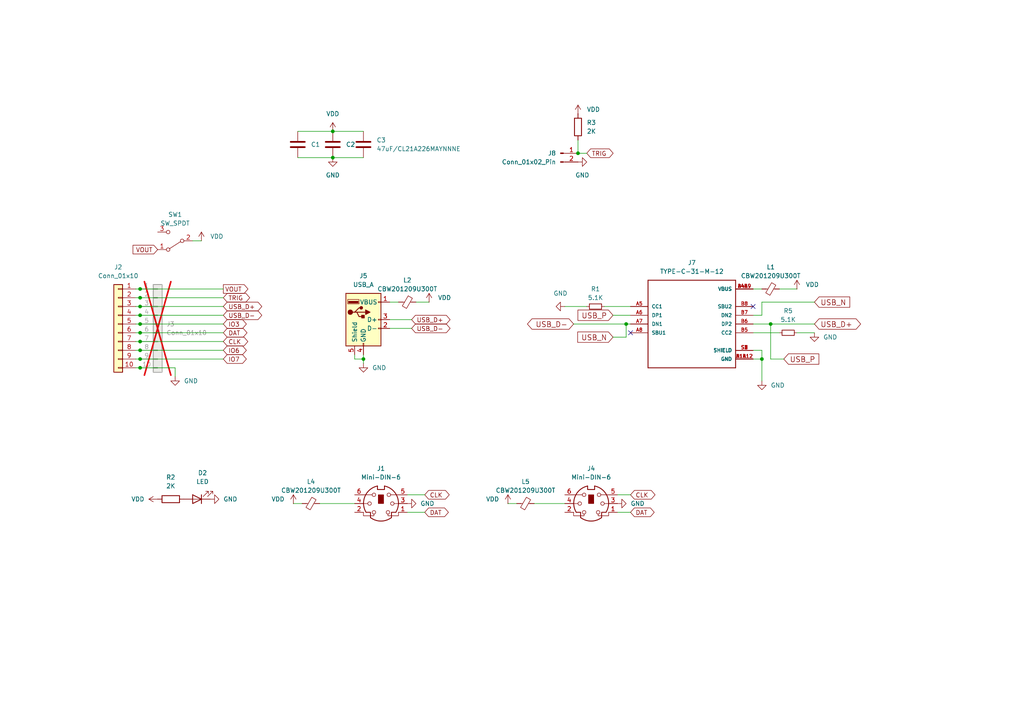
<source format=kicad_sch>
(kicad_sch (version 20231120) (generator "eeschema") (generator_version "8.0")
  (paper "A4")
  (lib_symbols
    (symbol "Connector:Conn_01x02_Pin" (pin_names (offset 1.016) hide)
      (property "Reference" "J" (at 0 2.54 0))
      (property "Value" "Conn_01x02_Pin" (at 0 -5.08 0))
      (symbol "Conn_01x02_Pin_1_1"
        (polyline (pts (xy 1.27 -2.54) (xy 0.8636 -2.54)) (stroke (width 0.1524)))
        (polyline (pts (xy 1.27 0) (xy 0.8636 0)) (stroke (width 0.1524)))
        (rectangle (start 0.8636 -2.413) (end 0 -2.667) (stroke (width 0.1524)) (fill (type outline)))
        (rectangle (start 0.8636 0.127) (end 0 -0.127) (stroke (width 0.1524)) (fill (type outline)))
        (pin passive line (at 5.08 0 180) (length 3.81) (name "Pin_1") (number "1"))
        (pin passive line (at 5.08 -2.54 180) (length 3.81) (name "Pin_2") (number "2"))
      )
    )
    (symbol "Connector:Mini-DIN-6" (pin_names (offset 1.016))
      (property "Reference" "J" (at 0 6.35 0))
      (property "Value" "Mini-DIN-6" (at 0 -6.35 0))
      (symbol "Mini-DIN-6_0_1"
        (circle (center -3.302 0) (radius 0.508))
        (arc (start -3.048 -4.064) (mid 0 -5.08) (end 3.048 -4.064) (stroke (width 0.254)))
        (circle (center -2.032 -2.54) (radius 0.508))
        (circle (center -2.032 2.54) (radius 0.508))
        (arc (start -1.016 5.08) (mid -4.6228 2.1214) (end -4.318 -2.54) (stroke (width 0.254)))
        (rectangle (start -0.762 2.54) (end 0.762 0) (fill (type outline)))
        (polyline (pts (xy -3.81 0) (xy -5.08 0)))
        (polyline (pts (xy -2.54 2.54) (xy -5.08 2.54)))
        (polyline (pts (xy 2.794 2.54) (xy 5.08 2.54)))
        (polyline (pts (xy 5.08 0) (xy 3.81 0)))
        (polyline (pts (xy -4.318 -2.54) (xy -3.048 -2.54) (xy -3.048 -4.064)) (stroke (width 0.254)))
        (polyline (pts (xy 4.318 -2.54) (xy 3.048 -2.54) (xy 3.048 -4.064)) (stroke (width 0.254)))
        (polyline (pts (xy -2.032 -3.048) (xy -2.032 -3.556) (xy -5.08 -3.556) (xy -5.08 -2.54)))
        (polyline (pts (xy -1.016 5.08) (xy -1.016 4.064) (xy 1.016 4.064) (xy 1.016 5.08)) (stroke (width 0.254)))
        (polyline (pts (xy 2.032 -3.048) (xy 2.032 -3.556) (xy 5.08 -3.556) (xy 5.08 -2.54)))
        (circle (center 2.032 -2.54) (radius 0.508))
        (circle (center 2.286 2.54) (radius 0.508))
        (circle (center 3.302 0) (radius 0.508))
        (arc (start 4.318 -2.54) (mid 4.6661 2.1322) (end 1.016 5.08) (stroke (width 0.254)))
      )
      (symbol "Mini-DIN-6_1_1"
        (pin passive line (at 7.62 -2.54 180) (length 2.54) (name "~") (number "1"))
        (pin passive line (at -7.62 -2.54 0) (length 2.54) (name "~") (number "2"))
        (pin passive line (at 7.62 0 180) (length 2.54) (name "~") (number "3"))
        (pin passive line (at -7.62 0 0) (length 2.54) (name "~") (number "4"))
        (pin passive line (at 7.62 2.54 180) (length 2.54) (name "~") (number "5"))
        (pin passive line (at -7.62 2.54 0) (length 2.54) (name "~") (number "6"))
      )
    )
    (symbol "Connector:USB_A" (pin_names (offset 1.016))
      (property "Reference" "J" (at -5.08 11.43 0))
      (property "Value" "USB_A" (at -5.08 8.89 0))
      (symbol "USB_A_0_1"
        (rectangle (start -5.08 -7.62) (end 5.08 7.62) (stroke (width 0.254)) (fill (type background)))
        (circle (center -3.81 2.159) (radius 0.635) (stroke (width 0.254)) (fill (type outline)))
        (rectangle (start -1.524 4.826) (end -4.318 5.334) (fill (type outline)))
        (rectangle (start -1.27 4.572) (end -4.572 5.842))
        (circle (center -0.635 3.429) (radius 0.381) (stroke (width 0.254)) (fill (type outline)))
        (rectangle (start -0.127 -7.62) (end 0.127 -6.858))
        (polyline (pts (xy -3.175 2.159) (xy -2.54 2.159) (xy -1.27 3.429) (xy -0.635 3.429)) (stroke (width 0.254)))
        (polyline (pts (xy -2.54 2.159) (xy -1.905 2.159) (xy -1.27 0.889) (xy 0 0.889)) (stroke (width 0.254)))
        (polyline (pts (xy 0.635 2.794) (xy 0.635 1.524) (xy 1.905 2.159) (xy 0.635 2.794)) (stroke (width 0.254)) (fill (type outline)))
        (rectangle (start 0.254 1.27) (end -0.508 0.508) (stroke (width 0.254)) (fill (type outline)))
        (rectangle (start 5.08 -2.667) (end 4.318 -2.413))
        (rectangle (start 5.08 -0.127) (end 4.318 0.127))
        (rectangle (start 5.08 4.953) (end 4.318 5.207))
      )
      (symbol "USB_A_1_1"
        (polyline (pts (xy -1.905 2.159) (xy 0.635 2.159)) (stroke (width 0.254)))
        (pin power_in line (at 7.62 5.08 180) (length 2.54) (name "VBUS") (number "1"))
        (pin bidirectional line (at 7.62 -2.54 180) (length 2.54) (name "D-") (number "2"))
        (pin bidirectional line (at 7.62 0 180) (length 2.54) (name "D+") (number "3"))
        (pin power_in line (at 0 -10.16 90) (length 2.54) (name "GND") (number "4"))
        (pin passive line (at -2.54 -10.16 90) (length 2.54) (name "Shield") (number "5"))
      )
    )
    (symbol "Connector_Generic:Conn_01x10" (pin_names (offset 1.016) hide)
      (property "Reference" "J" (at 0 12.7 0))
      (property "Value" "Conn_01x10" (at 0 -15.24 0))
      (symbol "Conn_01x10_1_1"
        (rectangle (start -1.27 -12.573) (end 0 -12.827) (stroke (width 0.1524)))
        (rectangle (start -1.27 -10.033) (end 0 -10.287) (stroke (width 0.1524)))
        (rectangle (start -1.27 -7.493) (end 0 -7.747) (stroke (width 0.1524)))
        (rectangle (start -1.27 -4.953) (end 0 -5.207) (stroke (width 0.1524)))
        (rectangle (start -1.27 -2.413) (end 0 -2.667) (stroke (width 0.1524)))
        (rectangle (start -1.27 0.127) (end 0 -0.127) (stroke (width 0.1524)))
        (rectangle (start -1.27 2.667) (end 0 2.413) (stroke (width 0.1524)))
        (rectangle (start -1.27 5.207) (end 0 4.953) (stroke (width 0.1524)))
        (rectangle (start -1.27 7.747) (end 0 7.493) (stroke (width 0.1524)))
        (rectangle (start -1.27 10.287) (end 0 10.033) (stroke (width 0.1524)))
        (rectangle (start -1.27 11.43) (end 1.27 -13.97) (stroke (width 0.254)) (fill (type background)))
        (pin passive line (at -5.08 10.16 0) (length 3.81) (name "Pin_1") (number "1"))
        (pin passive line (at -5.08 -12.7 0) (length 3.81) (name "Pin_10") (number "10"))
        (pin passive line (at -5.08 7.62 0) (length 3.81) (name "Pin_2") (number "2"))
        (pin passive line (at -5.08 5.08 0) (length 3.81) (name "Pin_3") (number "3"))
        (pin passive line (at -5.08 2.54 0) (length 3.81) (name "Pin_4") (number "4"))
        (pin passive line (at -5.08 0 0) (length 3.81) (name "Pin_5") (number "5"))
        (pin passive line (at -5.08 -2.54 0) (length 3.81) (name "Pin_6") (number "6"))
        (pin passive line (at -5.08 -5.08 0) (length 3.81) (name "Pin_7") (number "7"))
        (pin passive line (at -5.08 -7.62 0) (length 3.81) (name "Pin_8") (number "8"))
        (pin passive line (at -5.08 -10.16 0) (length 3.81) (name "Pin_9") (number "9"))
      )
    )
    (symbol "Device:C" (pin_numbers hide) (pin_names (offset 0.254))
      (property "Reference" "C" (at 0.635 2.54 0))
      (property "Value" "C" (at 0.635 -2.54 0))
      (symbol "C_0_1"
        (polyline (pts (xy -2.032 -0.762) (xy 2.032 -0.762)) (stroke (width 0.508)))
        (polyline (pts (xy -2.032 0.762) (xy 2.032 0.762)) (stroke (width 0.508)))
      )
      (symbol "C_1_1"
        (pin passive line (at 0 3.81 270) (length 2.794) (name "~") (number "1"))
        (pin passive line (at 0 -3.81 90) (length 2.794) (name "~") (number "2"))
      )
    )
    (symbol "Device:LED" (pin_numbers hide) (pin_names (offset 1.016) hide)
      (property "Reference" "D" (at 0 2.54 0))
      (property "Value" "LED" (at 0 -2.54 0))
      (symbol "LED_0_1"
        (polyline (pts (xy -1.27 -1.27) (xy -1.27 1.27)) (stroke (width 0.254)))
        (polyline (pts (xy -1.27 0) (xy 1.27 0)))
        (polyline (pts (xy 1.27 -1.27) (xy 1.27 1.27) (xy -1.27 0) (xy 1.27 -1.27)) (stroke (width 0.254)))
        (polyline (pts (xy -3.048 -0.762) (xy -4.572 -2.286) (xy -3.81 -2.286) (xy -4.572 -2.286) (xy -4.572 -1.524)))
        (polyline (pts (xy -1.778 -0.762) (xy -3.302 -2.286) (xy -2.54 -2.286) (xy -3.302 -2.286) (xy -3.302 -1.524)))
      )
      (symbol "LED_1_1"
        (pin passive line (at -3.81 0 0) (length 2.54) (name "K") (number "1"))
        (pin passive line (at 3.81 0 180) (length 2.54) (name "A") (number "2"))
      )
    )
    (symbol "Device:R" (pin_numbers hide) (pin_names (offset 0))
      (property "Reference" "R" (at 2.032 0 90))
      (property "Value" "R" (at 0 0 90))
      (symbol "R_0_1"
        (rectangle (start -1.016 -2.54) (end 1.016 2.54) (stroke (width 0.254)))
      )
      (symbol "R_1_1"
        (pin passive line (at 0 3.81 270) (length 1.27) (name "~") (number "1"))
        (pin passive line (at 0 -3.81 90) (length 1.27) (name "~") (number "2"))
      )
    )
    (symbol "Device:R_Small" (pin_numbers hide) (pin_names (offset 0.254) hide)
      (property "Reference" "R" (at 0.762 0.508 0))
      (property "Value" "R_Small" (at 0.762 -1.016 0))
      (symbol "R_Small_0_1"
        (rectangle (start -0.762 1.778) (end 0.762 -1.778) (stroke (width 0.2032)))
      )
      (symbol "R_Small_1_1"
        (pin passive line (at 0 2.54 270) (length 0.762) (name "~") (number "1"))
        (pin passive line (at 0 -2.54 90) (length 0.762) (name "~") (number "2"))
      )
    )
    (symbol "Switch:SW_SPDT" (pin_names (offset 0) hide)
      (property "Reference" "SW" (at 0 4.318 0))
      (property "Value" "SW_SPDT" (at 0 -5.08 0))
      (symbol "SW_SPDT_0_0"
        (circle (center -2.032 0) (radius 0.508))
        (circle (center 2.032 -2.54) (radius 0.508))
      )
      (symbol "SW_SPDT_0_1"
        (polyline (pts (xy -1.524 0.254) (xy 1.651 2.286)))
        (circle (center 2.032 2.54) (radius 0.508))
      )
      (symbol "SW_SPDT_1_1"
        (pin passive line (at 5.08 2.54 180) (length 2.54) (name "A") (number "1"))
        (pin passive line (at -5.08 0 0) (length 2.54) (name "B") (number "2"))
        (pin passive line (at 5.08 -2.54 180) (length 2.54) (name "C") (number "3"))
      )
    )
    (symbol "TYPE-C-31-M-12_2" (pin_names (offset 1.016))
      (property "Reference" "J" (at -12.7 13.462 0))
      (property "Value" "TYPE-C-31-M-12" (at -12.7 -13.462 0))
      (symbol "TYPE-C-31-M-12_2_0_0"
        (polyline (pts (xy -12.7 -12.7) (xy -12.7 12.7)) (stroke (width 0.254)))
        (polyline (pts (xy -12.7 12.7) (xy 12.7 12.7)) (stroke (width 0.254)))
        (polyline (pts (xy 12.7 -12.7) (xy -12.7 -12.7)) (stroke (width 0.254)))
        (polyline (pts (xy 12.7 12.7) (xy 12.7 -12.7)) (stroke (width 0.254)))
        (pin power_in line (at 17.78 -10.16 180) (length 5.08) (name "GND") (number "A1B12"))
        (pin power_in line (at 17.78 10.16 180) (length 5.08) (name "VBUS") (number "A4B9"))
        (pin bidirectional line (at -17.78 5.08 0) (length 5.08) (name "CC1") (number "A5"))
        (pin bidirectional line (at -17.78 2.54 0) (length 5.08) (name "DP1") (number "A6"))
        (pin bidirectional line (at -17.78 0 0) (length 5.08) (name "DN1") (number "A7"))
        (pin bidirectional line (at -17.78 -2.54 0) (length 5.08) (name "SBU1") (number "A8"))
        (pin power_in line (at 17.78 -10.16 180) (length 5.08) (name "GND") (number "B1A12"))
        (pin power_in line (at 17.78 10.16 180) (length 5.08) (name "VBUS") (number "B4A9"))
        (pin bidirectional line (at 17.78 -2.54 180) (length 5.08) (name "CC2") (number "B5"))
        (pin bidirectional line (at 17.78 0 180) (length 5.08) (name "DP2") (number "B6"))
        (pin bidirectional line (at 17.78 2.54 180) (length 5.08) (name "DN2") (number "B7"))
        (pin bidirectional line (at 17.78 5.08 180) (length 5.08) (name "SBU2") (number "B8"))
        (pin passive line (at 17.78 -7.62 180) (length 5.08) (name "SHIELD") (number "S1"))
        (pin passive line (at 17.78 -7.62 180) (length 5.08) (name "SHIELD") (number "S2"))
        (pin passive line (at 17.78 -7.62 180) (length 5.08) (name "SHIELD") (number "S3"))
        (pin passive line (at 17.78 -7.62 180) (length 5.08) (name "SHIELD") (number "S4"))
      )
    )
    (symbol "kicad5-device:Ferrite_Bead_Small" (pin_numbers hide) (pin_names (offset 0))
      (property "Reference" "FB" (at 1.905 1.27 0))
      (property "Value" "Ferrite_Bead_Small" (at 1.905 -1.27 0))
      (symbol "Ferrite_Bead_Small_0_1"
        (polyline (pts (xy 0 -1.27) (xy 0 -0.7874)))
        (polyline (pts (xy 0 0.889) (xy 0 1.2954)))
        (polyline (pts (xy -1.8288 0.2794) (xy -1.1176 1.4986) (xy 1.8288 -0.2032) (xy 1.1176 -1.4224) (xy -1.8288 0.2794)))
      )
      (symbol "Ferrite_Bead_Small_1_1"
        (pin passive line (at 0 2.54 270) (length 1.27) (name "~") (number "1"))
        (pin passive line (at 0 -2.54 90) (length 1.27) (name "~") (number "2"))
      )
    )
    (symbol "power:GND" (power) (pin_names (offset 0))
      (property "Value" "GND" (at 0 -3.81 0))
      (symbol "GND_0_1"
        (polyline (pts (xy 0 0) (xy 0 -1.27) (xy 1.27 -1.27) (xy 0 -2.54) (xy -1.27 -1.27) (xy 0 -1.27)))
      )
      (symbol "GND_1_1"
        (pin power_in line (at 0 0 270) (length 0) hide (name "GND") (number "1"))
      )
    )
    (symbol "power:VDD" (power) (pin_numbers hide) (pin_names (offset 0) hide)
      (property "Value" "VDD" (at 0 3.556 0))
      (symbol "VDD_0_1"
        (polyline (pts (xy -0.762 1.27) (xy 0 2.54)))
        (polyline (pts (xy 0 0) (xy 0 2.54)))
        (polyline (pts (xy 0 2.54) (xy 0.762 1.27)))
      )
      (symbol "VDD_1_1"
        (pin power_in line (at 0 0 90) (length 0) (name "~") (number "1"))
      )
    )
  )
  (junction (at 167.64 44.45))
  (junction (at 96.52 45.72))
  (junction (at 223.52 93.98))
  (junction (at 181.61 93.98))
  (junction (at 40.64 96.52))
  (junction (at 40.64 101.6))
  (junction (at 40.64 91.44))
  (junction (at 40.64 88.9))
  (junction (at 40.64 86.36))
  (junction (at 40.64 106.68))
  (junction (at 96.52 38.1))
  (junction (at 220.98 104.14))
  (junction (at 40.64 83.82))
  (junction (at 105.41 104.14))
  (junction (at 40.64 104.14))
  (junction (at 40.64 99.06))
  (junction (at 40.64 93.98))
  (no_connect (at 182.88 96.52))
  (no_connect (at 218.44 88.9))
  (wire (pts (xy 181.61 97.79) (xy 181.61 93.98)))
  (wire (pts (xy 182.88 143.51) (xy 179.07 143.51)))
  (wire (pts (xy 40.64 91.44) (xy 64.77 91.44)))
  (wire (pts (xy 218.44 96.52) (xy 226.06 96.52)))
  (wire (pts (xy 167.64 40.64) (xy 167.64 44.45)))
  (wire (pts (xy 92.71 146.05) (xy 102.87 146.05)))
  (wire (pts (xy 40.64 93.98) (xy 39.37 93.98)))
  (wire (pts (xy 182.88 88.9) (xy 175.26 88.9)))
  (wire (pts (xy 105.41 105.41) (xy 105.41 104.14)))
  (wire (pts (xy 102.87 104.14) (xy 105.41 104.14)))
  (wire (pts (xy 102.87 102.87) (xy 102.87 104.14)))
  (wire (pts (xy 218.44 101.6) (xy 220.98 101.6)))
  (wire (pts (xy 154.94 146.05) (xy 163.83 146.05)))
  (wire (pts (xy 123.19 148.59) (xy 118.11 148.59)))
  (wire (pts (xy 40.64 83.82) (xy 39.37 83.82)))
  (wire (pts (xy 40.64 101.6) (xy 39.37 101.6)))
  (wire (pts (xy 115.57 87.63) (xy 113.03 87.63)))
  (wire (pts (xy 220.98 104.14) (xy 220.98 110.49)))
  (wire (pts (xy 170.18 88.9) (xy 163.83 88.9)))
  (wire (pts (xy 182.88 93.98) (xy 181.61 93.98)))
  (wire (pts (xy 40.64 96.52) (xy 39.37 96.52)))
  (wire (pts (xy 236.22 87.63) (xy 220.98 87.63)))
  (wire (pts (xy 223.52 104.14) (xy 227.33 104.14)))
  (wire (pts (xy 182.88 91.44) (xy 177.8 91.44)))
  (wire (pts (xy 119.38 95.25) (xy 113.03 95.25)))
  (wire (pts (xy 231.14 96.52) (xy 236.22 96.52)))
  (wire (pts (xy 177.8 97.79) (xy 181.61 97.79)))
  (wire (pts (xy 96.52 45.72) (xy 105.41 45.72)))
  (wire (pts (xy 40.64 88.9) (xy 39.37 88.9)))
  (wire (pts (xy 40.64 106.68) (xy 50.8 106.68)))
  (wire (pts (xy 40.64 86.36) (xy 39.37 86.36)))
  (wire (pts (xy 50.8 109.22) (xy 50.8 106.68)))
  (wire (pts (xy 147.32 146.05) (xy 149.86 146.05)))
  (wire (pts (xy 182.88 148.59) (xy 179.07 148.59)))
  (wire (pts (xy 40.64 106.68) (xy 39.37 106.68)))
  (wire (pts (xy 40.64 101.6) (xy 64.77 101.6)))
  (wire (pts (xy 86.36 45.72) (xy 96.52 45.72)))
  (wire (pts (xy 170.18 44.45) (xy 167.64 44.45)))
  (wire (pts (xy 124.46 87.63) (xy 120.65 87.63)))
  (wire (pts (xy 55.88 69.85) (xy 58.42 69.85)))
  (wire (pts (xy 86.36 38.1) (xy 96.52 38.1)))
  (wire (pts (xy 220.98 101.6) (xy 220.98 104.14)))
  (wire (pts (xy 40.64 99.06) (xy 39.37 99.06)))
  (wire (pts (xy 223.52 93.98) (xy 236.22 93.98)))
  (wire (pts (xy 40.64 96.52) (xy 64.77 96.52)))
  (wire (pts (xy 220.98 91.44) (xy 218.44 91.44)))
  (wire (pts (xy 105.41 104.14) (xy 105.41 102.87)))
  (wire (pts (xy 85.09 146.05) (xy 87.63 146.05)))
  (wire (pts (xy 96.52 38.1) (xy 105.41 38.1)))
  (wire (pts (xy 223.52 93.98) (xy 223.52 104.14)))
  (wire (pts (xy 40.64 104.14) (xy 64.77 104.14)))
  (wire (pts (xy 218.44 93.98) (xy 223.52 93.98)))
  (wire (pts (xy 220.98 87.63) (xy 220.98 91.44)))
  (wire (pts (xy 40.64 93.98) (xy 64.77 93.98)))
  (wire (pts (xy 220.98 83.82) (xy 218.44 83.82)))
  (wire (pts (xy 40.64 104.14) (xy 39.37 104.14)))
  (wire (pts (xy 218.44 104.14) (xy 220.98 104.14)))
  (wire (pts (xy 40.64 91.44) (xy 39.37 91.44)))
  (wire (pts (xy 40.64 99.06) (xy 64.77 99.06)))
  (wire (pts (xy 40.64 83.82) (xy 64.77 83.82)))
  (wire (pts (xy 231.14 83.82) (xy 226.06 83.82)))
  (wire (pts (xy 40.64 86.36) (xy 64.77 86.36)))
  (wire (pts (xy 123.19 143.51) (xy 118.11 143.51)))
  (wire (pts (xy 40.64 88.9) (xy 64.77 88.9)))
  (wire (pts (xy 166.37 93.98) (xy 181.61 93.98)))
  (wire (pts (xy 119.38 92.71) (xy 113.03 92.71)))
  (global_label "CLK" (shape bidirectional) (at 64.77 99.06 0) (property "Intersheetrefs" "${INTERSHEET_REFS}" (effects (hide yes))))
  (global_label "DAT" (shape bidirectional) (at 123.19 148.59 0) (property "Intersheetrefs" "${INTERSHEET_REFS}" (effects (hide yes))))
  (global_label "VOUT" (shape output) (at 64.77 83.82 0) (property "Intersheetrefs" "${INTERSHEET_REFS}" (effects (hide yes))))
  (global_label "USB_P" (shape input) (at 227.33 104.14 0) (effects (font (size 1.524 1.524))) (property "Intersheetrefs" "${INTERSHEET_REFS}" (effects (hide yes))))
  (global_label "USB_D-" (shape bidirectional) (at 64.77 91.44 0) (property "Intersheetrefs" "${INTERSHEET_REFS}" (effects (hide yes))))
  (global_label "USB_P" (shape input) (at 177.8 91.44 180) (effects (font (size 1.524 1.524))) (property "Intersheetrefs" "${INTERSHEET_REFS}" (effects (hide yes))))
  (global_label "USB_N" (shape input) (at 236.22 87.63 0) (effects (font (size 1.524 1.524))) (property "Intersheetrefs" "${INTERSHEET_REFS}" (effects (hide yes))))
  (global_label "CLK" (shape bidirectional) (at 182.88 143.51 0) (property "Intersheetrefs" "${INTERSHEET_REFS}" (effects (hide yes))))
  (global_label "DAT" (shape bidirectional) (at 182.88 148.59 0) (property "Intersheetrefs" "${INTERSHEET_REFS}" (effects (hide yes))))
  (global_label "DAT" (shape bidirectional) (at 64.77 96.52 0) (property "Intersheetrefs" "${INTERSHEET_REFS}" (effects (hide yes))))
  (global_label "USB_D+" (shape bidirectional) (at 236.22 93.98 0) (effects (font (size 1.524 1.524))) (property "Intersheetrefs" "${INTERSHEET_REFS}" (effects (hide yes))))
  (global_label "VOUT" (shape input) (at 45.72 72.39 180) (property "Intersheetrefs" "${INTERSHEET_REFS}" (effects (hide yes))))
  (global_label "USB_D-" (shape bidirectional) (at 166.37 93.98 180) (effects (font (size 1.524 1.524))) (property "Intersheetrefs" "${INTERSHEET_REFS}" (effects (hide yes))))
  (global_label "USB_N" (shape input) (at 177.8 97.79 180) (effects (font (size 1.524 1.524))) (property "Intersheetrefs" "${INTERSHEET_REFS}" (effects (hide yes))))
  (global_label "USB_D-" (shape bidirectional) (at 119.38 95.25 0) (property "Intersheetrefs" "${INTERSHEET_REFS}" (effects (hide yes))))
  (global_label "IO6" (shape bidirectional) (at 64.77 101.6 0) (property "Intersheetrefs" "${INTERSHEET_REFS}" (effects (hide yes))))
  (global_label "CLK" (shape bidirectional) (at 123.19 143.51 0) (property "Intersheetrefs" "${INTERSHEET_REFS}" (effects (hide yes))))
  (global_label "USB_D+" (shape bidirectional) (at 64.77 88.9 0) (property "Intersheetrefs" "${INTERSHEET_REFS}" (effects (hide yes))))
  (global_label "TRIG" (shape bidirectional) (at 170.18 44.45 0) (property "Intersheetrefs" "${INTERSHEET_REFS}" (effects (hide yes))))
  (global_label "TRIG" (shape bidirectional) (at 64.77 86.36 0) (property "Intersheetrefs" "${INTERSHEET_REFS}" (effects (hide yes))))
  (global_label "IO3" (shape bidirectional) (at 64.77 93.98 0) (property "Intersheetrefs" "${INTERSHEET_REFS}" (effects (hide yes))))
  (global_label "IO7" (shape bidirectional) (at 64.77 104.14 0) (property "Intersheetrefs" "${INTERSHEET_REFS}" (effects (hide yes))))
  (global_label "USB_D+" (shape bidirectional) (at 119.38 92.71 0) (property "Intersheetrefs" "${INTERSHEET_REFS}" (effects (hide yes))))
  (symbol (lib_name "TYPE-C-31-M-12_2") (lib_id "usb-c:TYPE-C-31-M-12") (at 200.66 93.98 0) (unit 1)
    (property "Reference" "J7" (at 200.66 76.2 0))
    (property "Value" "TYPE-C-31-M-12" (at 200.66 78.74 0))
    (property "Footprint" "TYPE-C-31-M-12:HRO_TYPE-C-31-M-12" (effects (hide yes)))
    (property "Datasheet" "HRO Electronics" (effects (hide yes)))
    (property "Field4" "3.31mm" (effects (hide yes)))
    (property "Field5" "A" (effects (hide yes)))
    (property "Field6" "Manufacturer Recommendations" (effects (hide yes)))
    (property "szlcsc_partnum" "C2858270" (effects (hide yes)))
  )
  (symbol (lib_id "Connector:Mini-DIN-6") (at 171.45 146.05 0) (unit 1)
    (property "Reference" "J4" (at 171.4677 135.89 0))
    (property "Value" "Mini-DIN-6" (at 171.4677 138.43 0))
    (property "Footprint" "connector-mini-din-6:Connector_Mini-DIN_Female_6Pin_2rows" (effects (hide yes)))
    (property "Datasheet" "http://service.powerdynamics.com/ec/Catalog17/Section%2011.pdf" (effects (hide yes)))
    (property "Description" "6-pin Mini-DIN connector" (effects (hide yes)))
    (property "szlcsc_partnum" "C77848" (effects (hide yes)))
  )
  (symbol (lib_id "kicad5-device:Ferrite_Bead_Small") (at 223.52 83.82 270) (unit 1)
    (property "Reference" "L1" (at 223.5581 77.47 90))
    (property "Value" "CBW201209U300T" (at 223.5581 80.01 90))
    (property "Footprint" "Inductor_SMD:L_0805_2012Metric" (effects (hide yes)))
    (property "RMB" "0.175802	0.175802" (effects (hide yes)))
    (property "Supplier" "https://item.szlcsc.com/263551.html" (effects (hide yes)))
    (property "szlcsc_partnum" "C139190" (effects (hide yes)))
  )
  (symbol (lib_id "Device:LED") (at 57.15 144.78 180) (unit 1)
    (property "Reference" "D2" (at 58.7375 137.16 0))
    (property "Value" "LED" (at 58.7375 139.7 0))
    (property "Footprint" "LED_SMD:LED_0805_2012Metric" (effects (hide yes)))
  )
  (symbol (lib_id "power:VDD") (at 124.46 87.63 0) (unit 1)
    (property "Reference" "#PWR013" (effects (hide yes)))
    (property "Value" "VDD" (at 127 86.3599 0) (effects (justify left)))
    (property "Description" "Power symbol creates a global label with name \"VDD\"" (effects (hide yes)))
  )
  (symbol (lib_id "power:VDD") (at 85.09 146.05 0) (unit 1)
    (property "Reference" "#PWR016" (effects (hide yes)))
    (property "Value" "VDD" (at 82.55 144.7799 0) (effects (justify right)))
    (property "Description" "Power symbol creates a global label with name \"VDD\"" (effects (hide yes)))
  )
  (symbol (lib_id "kicad5-device:Ferrite_Bead_Small") (at 118.11 87.63 270) (unit 1)
    (property "Reference" "L2" (at 118.1481 81.28 90))
    (property "Value" "CBW201209U300T" (at 118.1481 83.82 90))
    (property "Footprint" "Inductor_SMD:L_0805_2012Metric" (effects (hide yes)))
    (property "RMB" "0.175802	0.175802" (effects (hide yes)))
    (property "Supplier" "https://item.szlcsc.com/263551.html" (effects (hide yes)))
    (property "szlcsc_partnum" "C139190" (effects (hide yes)))
  )
  (symbol (lib_id "kicad5-device:Ferrite_Bead_Small") (at 152.4 146.05 270) (unit 1)
    (property "Reference" "L5" (at 152.4381 139.7 90))
    (property "Value" "CBW201209U300T" (at 152.4381 142.24 90))
    (property "Footprint" "Inductor_SMD:L_0805_2012Metric" (effects (hide yes)))
    (property "RMB" "0.175802	0.175802" (effects (hide yes)))
    (property "Supplier" "https://item.szlcsc.com/263551.html" (effects (hide yes)))
    (property "szlcsc_partnum" "C139190" (effects (hide yes)))
  )
  (symbol (lib_id "Device:R_Small") (at 172.72 88.9 90) (mirror x) (unit 1)
    (property "Reference" "R1" (at 172.72 83.82 90))
    (property "Value" "5.1K" (at 172.72 86.36 90))
    (property "Footprint" "Resistor_SMD:R_0805_2012Metric" (effects (hide yes)))
    (property "RMB" "0.0065" (effects (hide yes)))
    (property "Supplier" "https://item.szlcsc.com/107087.html" (effects (hide yes)))
    (property "szlcsc_partnum" "C27834" (effects (hide yes)))
  )
  (symbol (lib_id "power:GND") (at 60.96 144.78 90) (unit 1)
    (property "Reference" "#PWR01" (effects (hide yes)))
    (property "Value" "GND" (at 64.77 144.7799 90) (effects (justify right)))
  )
  (symbol (lib_id "Device:R") (at 167.64 36.83 180) (unit 1)
    (property "Reference" "R3" (at 170.18 35.5599 0) (effects (justify right)))
    (property "Value" "2K" (at 170.18 38.0999 0) (effects (justify right)))
    (property "Footprint" "Resistor_SMD:R_0805_2012Metric" (effects (hide yes)))
    (property "szlcsc_partnum" "C2907315" (effects (hide yes)))
  )
  (symbol (lib_id "Switch:SW_SPDT") (at 50.8 69.85 180) (unit 1)
    (property "Reference" "SW1" (at 50.8 62.23 0))
    (property "Value" "SW_SPDT" (at 50.8 64.77 0))
    (property "Footprint" "Button_Switch_SMD:SW_SPDT_PCM12" (effects (hide yes)))
    (property "szlcsc_partnum" "C431540" (effects (hide yes)))
  )
  (symbol (lib_id "Device:R_Small") (at 228.6 96.52 270) (unit 1)
    (property "Reference" "R5" (at 228.6 90.17 90))
    (property "Value" "5.1K" (at 228.6 92.71 90))
    (property "Footprint" "Resistor_SMD:R_0805_2012Metric" (effects (hide yes)))
    (property "RMB" "0.0065" (effects (hide yes)))
    (property "Supplier" "https://item.szlcsc.com/107087.html" (effects (hide yes)))
    (property "szlcsc_partnum" "C27834" (effects (hide yes)))
  )
  (symbol (lib_id "power:VDD") (at 167.64 33.02 0) (unit 1)
    (property "Reference" "#PWR05" (effects (hide yes)))
    (property "Value" "VDD" (at 170.18 31.7499 0) (effects (justify left)))
    (property "Description" "Power symbol creates a global label with name \"VDD\"" (effects (hide yes)))
  )
  (symbol (lib_id "Connector_Generic:Conn_01x10") (at 34.29 93.98 0) (mirror y) (unit 1)
    (property "Reference" "J2" (at 34.29 77.47 0))
    (property "Value" "Conn_01x10" (at 34.29 80.01 0))
    (property "Footprint" "Connector_PinSocket_2.54mm:PinSocket_1x10_P2.54mm_Horizontal" (effects (hide yes)))
  )
  (symbol (lib_id "power:GND") (at 163.83 88.9 270) (unit 1)
    (property "Reference" "#PWR08" (effects (hide yes)))
    (property "Value" "GND" (at 162.56 85.09 90))
  )
  (symbol (lib_id "Device:C") (at 96.52 41.91 0) (unit 1)
    (property "Reference" "C2" (at 100.33 41.9099 0) (effects (justify left)))
    (property "Value" "47uF/CL21A226MAYNNNE" (effects (hide yes)))
    (property "Footprint" "Capacitor_SMD:C_0805_2012Metric" (effects (hide yes)))
    (property "Description" "Unpolarized capacitor" (effects (hide yes)))
    (property "szlcsc_partnum" "C602037" (effects (hide yes)))
  )
  (symbol (lib_id "power:GND") (at 236.22 96.52 0) (unit 1)
    (property "Reference" "#PWR010" (effects (hide yes)))
    (property "Value" "GND" (at 238.76 97.7899 0) (effects (justify left)))
  )
  (symbol (lib_id "power:GND") (at 220.98 110.49 0) (unit 1)
    (property "Reference" "#PWR09" (effects (hide yes)))
    (property "Value" "GND" (at 223.52 111.7599 0) (effects (justify left)))
  )
  (symbol (lib_id "power:GND") (at 179.07 146.05 90) (unit 1)
    (property "Reference" "#PWR012" (effects (hide yes)))
    (property "Value" "GND" (at 182.88 146.0499 90) (effects (justify right)))
  )
  (symbol (lib_id "Connector:Conn_01x02_Pin") (at 162.56 44.45 0) (unit 1)
    (property "Reference" "J8" (at 161.29 44.4499 0) (effects (justify right)))
    (property "Value" "Conn_01x02_Pin" (at 161.29 46.9899 0) (effects (justify right)))
    (property "Footprint" "Connector_PinHeader_2.54mm:PinHeader_1x02_P2.54mm_Vertical" (effects (hide yes)))
    (property "Description" "Generic connector, single row, 01x02, script generated" (effects (hide yes)))
    (property "szlcsc_partnum" "C2905434" (effects (hide yes)))
  )
  (symbol (lib_id "power:VDD") (at 45.72 144.78 90) (unit 1)
    (property "Reference" "#PWR07" (effects (hide yes)))
    (property "Value" "VDD" (at 41.91 144.7799 90) (effects (justify left)))
    (property "Description" "Power symbol creates a global label with name \"VDD\"" (effects (hide yes)))
  )
  (symbol (lib_id "power:GND") (at 167.64 46.99 90) (unit 1)
    (property "Reference" "#PWR018" (effects (hide yes)))
    (property "Value" "GND" (at 168.91 50.8 90))
  )
  (symbol (lib_id "power:VDD") (at 147.32 146.05 0) (unit 1)
    (property "Reference" "#PWR015" (effects (hide yes)))
    (property "Value" "VDD" (at 144.78 144.7799 0) (effects (justify right)))
    (property "Description" "Power symbol creates a global label with name \"VDD\"" (effects (hide yes)))
  )
  (symbol (lib_id "power:VDD") (at 96.52 38.1 0) (unit 1)
    (property "Reference" "#PWR017" (effects (hide yes)))
    (property "Value" "VDD" (at 96.52 33.02 0))
    (property "Description" "Power symbol creates a global label with name \"VDD\"" (effects (hide yes)))
  )
  (symbol (lib_id "power:GND") (at 50.8 109.22 0) (unit 1)
    (property "Reference" "#PWR06" (effects (hide yes)))
    (property "Value" "GND" (at 53.34 110.4899 0) (effects (justify left)))
  )
  (symbol (lib_id "Device:C") (at 86.36 41.91 0) (unit 1)
    (property "Reference" "C1" (at 90.17 41.9099 0) (effects (justify left)))
    (property "Value" "47uF/CL21A226MAYNNNE" (effects (hide yes)))
    (property "Footprint" "Capacitor_SMD:C_0805_2012Metric" (effects (hide yes)))
    (property "Description" "Unpolarized capacitor" (effects (hide yes)))
    (property "szlcsc_partnum" "C602037" (effects (hide yes)))
  )
  (symbol (lib_id "Connector:USB_A") (at 105.41 92.71 0) (unit 1)
    (property "Reference" "J5" (at 105.41 80.01 0))
    (property "Value" "USB_A" (at 105.41 82.55 0))
    (property "Footprint" "Connector_USB:USB_A_CONNFLY_DS1095-WNR0" (effects (hide yes)))
    (property "Description" "USB Type A connector" (effects (hide yes)))
    (property "szlcsc_partnum" "C456018" (effects (hide yes)))
  )
  (symbol (lib_id "power:GND") (at 96.52 45.72 0) (unit 1)
    (property "Reference" "#PWR04" (effects (hide yes)))
    (property "Value" "GND" (at 96.52 50.8 0))
  )
  (symbol (lib_id "Device:R") (at 49.53 144.78 90) (unit 1)
    (property "Reference" "R2" (at 49.53 138.43 90))
    (property "Value" "2K" (at 49.53 140.97 90))
    (property "Footprint" "Resistor_SMD:R_0805_2012Metric" (effects (hide yes)))
    (property "szlcsc_partnum" "C2907315" (effects (hide yes)))
  )
  (symbol (lib_id "Device:C") (at 105.41 41.91 0) (unit 1)
    (property "Reference" "C3" (at 109.22 40.6399 0) (effects (justify left)))
    (property "Value" "47uF/CL21A226MAYNNNE" (at 109.22 43.1799 0) (effects (justify left)))
    (property "Footprint" "Capacitor_SMD:C_0805_2012Metric" (effects (hide yes)))
    (property "Description" "Unpolarized capacitor" (effects (hide yes)))
    (property "szlcsc_partnum" "C602037" (effects (hide yes)))
  )
  (symbol (lib_id "power:VDD") (at 231.14 83.82 0) (unit 1)
    (property "Reference" "#PWR014" (effects (hide yes)))
    (property "Value" "VDD" (at 233.68 82.5499 0) (effects (justify left)))
    (property "Description" "Power symbol creates a global label with name \"VDD\"" (effects (hide yes)))
  )
  (symbol (lib_id "kicad5-device:Ferrite_Bead_Small") (at 90.17 146.05 270) (unit 1)
    (property "Reference" "L4" (at 90.2081 139.7 90))
    (property "Value" "CBW201209U300T" (at 90.2081 142.24 90))
    (property "Footprint" "Inductor_SMD:L_0805_2012Metric" (effects (hide yes)))
    (property "RMB" "0.175802	0.175802" (effects (hide yes)))
    (property "Supplier" "https://item.szlcsc.com/263551.html" (effects (hide yes)))
    (property "szlcsc_partnum" "C139190" (effects (hide yes)))
  )
  (symbol (lib_id "Connector_Generic:Conn_01x10") (at 45.72 93.98 0) (unit 1) (in_bom no) (dnp yes)
    (property "Reference" "J3" (at 48.26 93.9799 0) (effects (justify left)))
    (property "Value" "Conn_01x10" (at 48.26 96.5199 0) (effects (justify left)))
    (property "Footprint" "Connector_PinHeader_2.54mm:PinHeader_1x10_P2.54mm_Vertical" (effects (hide yes)))
  )
  (symbol (lib_id "power:GND") (at 118.11 146.05 90) (unit 1)
    (property "Reference" "#PWR011" (effects (hide yes)))
    (property "Value" "GND" (at 121.92 146.0499 90) (effects (justify right)))
  )
  (symbol (lib_id "power:VDD") (at 58.42 69.85 0) (unit 1)
    (property "Reference" "#PWR019" (effects (hide yes)))
    (property "Value" "VDD" (at 60.96 68.5799 0) (effects (justify left)))
    (property "Description" "Power symbol creates a global label with name \"VDD\"" (effects (hide yes)))
  )
  (symbol (lib_id "Connector:Mini-DIN-6") (at 110.49 146.05 0) (unit 1)
    (property "Reference" "J1" (at 110.5077 135.89 0))
    (property "Value" "Mini-DIN-6" (at 110.5077 138.43 0))
    (property "Footprint" "connector-mini-din-6:Connector_Mini-DIN_Female_6Pin_2rows" (effects (hide yes)))
    (property "Datasheet" "http://service.powerdynamics.com/ec/Catalog17/Section%2011.pdf" (effects (hide yes)))
    (property "Description" "6-pin Mini-DIN connector" (effects (hide yes)))
    (property "szlcsc_partnum" "C77848" (effects (hide yes)))
  )
  (symbol (lib_id "power:GND") (at 105.41 105.41 0) (unit 1)
    (property "Reference" "#PWR03" (effects (hide yes)))
    (property "Value" "GND" (at 107.95 106.6799 0) (effects (justify left)))
  )
)
</source>
